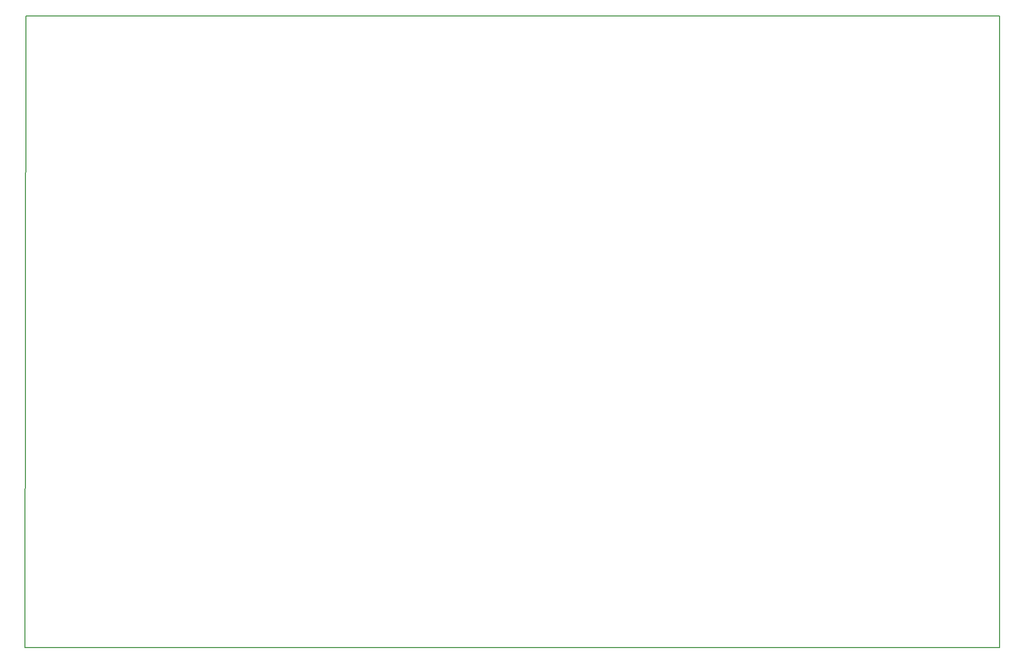
<source format=gbr>
G04 #@! TF.GenerationSoftware,KiCad,Pcbnew,5.0.0-rc2-unknown-2cb65f9~65~ubuntu18.04.1*
G04 #@! TF.CreationDate,2018-06-05T18:41:42-05:00*
G04 #@! TF.ProjectId,open-dash-daughterboard,6F70656E2D646173682D646175676874,rev?*
G04 #@! TF.SameCoordinates,Original*
G04 #@! TF.FileFunction,Profile,NP*
%FSLAX46Y46*%
G04 Gerber Fmt 4.6, Leading zero omitted, Abs format (unit mm)*
G04 Created by KiCad (PCBNEW 5.0.0-rc2-unknown-2cb65f9~65~ubuntu18.04.1) date Tue Jun  5 18:41:42 2018*
%MOMM*%
%LPD*%
G01*
G04 APERTURE LIST*
%ADD10C,0.150000*%
G04 APERTURE END LIST*
D10*
X62700000Y-40000000D02*
X62500000Y-147300000D01*
X228000000Y-40000000D02*
X62700000Y-40000000D01*
X228000000Y-147300000D02*
X228000000Y-40000000D01*
X62500000Y-147300000D02*
X228000000Y-147300000D01*
M02*

</source>
